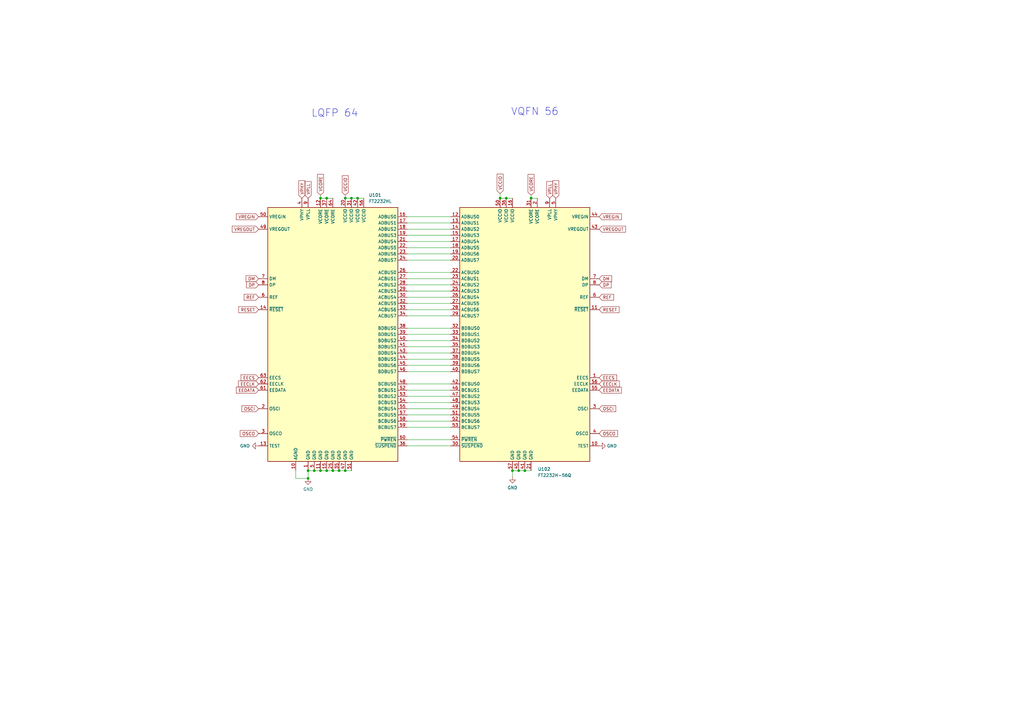
<source format=kicad_sch>
(kicad_sch (version 20211123) (generator eeschema)

  (uuid 64cbd3ed-eecc-4524-9439-b8fd72b72d8e)

  (paper "A3")

  (lib_symbols
    (symbol "FTDI:FT2232H-56Q" (in_bom yes) (on_board yes)
      (property "Reference" "U" (id 0) (at -26.67 53.34 0)
        (effects (font (size 1.27 1.27)) (justify left))
      )
      (property "Value" "FT2232H-56Q" (id 1) (at 19.05 53.34 0)
        (effects (font (size 1.27 1.27)) (justify left))
      )
      (property "Footprint" "Package_DFN_QFN:QFN-56-1EP_8x8mm_P0.5mm_EP5.6x5.6mm" (id 2) (at 0 0 0)
        (effects (font (size 1.27 1.27)) hide)
      )
      (property "Datasheet" "https://www.ftdichip.com/Support/Documents/DataSheets/ICs/DS_FT2232H.pdf" (id 3) (at 0 0 0)
        (effects (font (size 1.27 1.27)) hide)
      )
      (property "ki_keywords" "USB Double UART FIFO" (id 4) (at 0 0 0)
        (effects (font (size 1.27 1.27)) hide)
      )
      (property "ki_description" "Hi Speed Double Channel USB UART/FIFO, LQFP-64" (id 5) (at 0 0 0)
        (effects (font (size 1.27 1.27)) hide)
      )
      (property "ki_fp_filters" "LQFP*10x10mm*P0.5mm*" (id 6) (at 0 0 0)
        (effects (font (size 1.27 1.27)) hide)
      )
      (symbol "FT2232H-56Q_0_1"
        (rectangle (start -26.67 -52.07) (end 26.67 52.07)
          (stroke (width 0.254) (type default) (color 0 0 0 0))
          (fill (type background))
        )
      )
      (symbol "FT2232H-56Q_1_1"
        (pin output line (at -30.48 -17.78 0) (length 3.81)
          (name "EECS" (effects (font (size 1.27 1.27))))
          (number "1" (effects (font (size 1.27 1.27))))
        )
        (pin input line (at -30.48 -45.72 0) (length 3.81)
          (name "TEST" (effects (font (size 1.27 1.27))))
          (number "10" (effects (font (size 1.27 1.27))))
        )
        (pin input line (at -30.48 10.16 0) (length 3.81)
          (name "~{RESET}" (effects (font (size 1.27 1.27))))
          (number "11" (effects (font (size 1.27 1.27))))
        )
        (pin bidirectional line (at 30.48 48.26 180) (length 3.81)
          (name "ADBUS0" (effects (font (size 1.27 1.27))))
          (number "12" (effects (font (size 1.27 1.27))))
        )
        (pin bidirectional line (at 30.48 45.72 180) (length 3.81)
          (name "ADBUS1" (effects (font (size 1.27 1.27))))
          (number "13" (effects (font (size 1.27 1.27))))
        )
        (pin bidirectional line (at 30.48 43.18 180) (length 3.81)
          (name "ADBUS2" (effects (font (size 1.27 1.27))))
          (number "14" (effects (font (size 1.27 1.27))))
        )
        (pin bidirectional line (at 30.48 40.64 180) (length 3.81)
          (name "ADBUS3" (effects (font (size 1.27 1.27))))
          (number "15" (effects (font (size 1.27 1.27))))
        )
        (pin power_in line (at 5.08 55.88 270) (length 3.81)
          (name "VCCIO" (effects (font (size 1.27 1.27))))
          (number "16" (effects (font (size 1.27 1.27))))
        )
        (pin bidirectional line (at 30.48 38.1 180) (length 3.81)
          (name "ADBUS4" (effects (font (size 1.27 1.27))))
          (number "17" (effects (font (size 1.27 1.27))))
        )
        (pin bidirectional line (at 30.48 35.56 180) (length 3.81)
          (name "ADBUS5" (effects (font (size 1.27 1.27))))
          (number "18" (effects (font (size 1.27 1.27))))
        )
        (pin bidirectional line (at 30.48 33.02 180) (length 3.81)
          (name "ADBUS6" (effects (font (size 1.27 1.27))))
          (number "19" (effects (font (size 1.27 1.27))))
        )
        (pin power_in line (at -5.08 55.88 270) (length 3.81)
          (name "VCORE" (effects (font (size 1.27 1.27))))
          (number "2" (effects (font (size 1.27 1.27))))
        )
        (pin bidirectional line (at 30.48 30.48 180) (length 3.81)
          (name "ADBUS7" (effects (font (size 1.27 1.27))))
          (number "20" (effects (font (size 1.27 1.27))))
        )
        (pin power_in line (at -2.54 -55.88 90) (length 3.81)
          (name "GND" (effects (font (size 1.27 1.27))))
          (number "21" (effects (font (size 1.27 1.27))))
        )
        (pin bidirectional line (at 30.48 25.4 180) (length 3.81)
          (name "ACBUS0" (effects (font (size 1.27 1.27))))
          (number "22" (effects (font (size 1.27 1.27))))
        )
        (pin bidirectional line (at 30.48 22.86 180) (length 3.81)
          (name "ACBUS1" (effects (font (size 1.27 1.27))))
          (number "23" (effects (font (size 1.27 1.27))))
        )
        (pin bidirectional line (at 30.48 20.32 180) (length 3.81)
          (name "ACBUS2" (effects (font (size 1.27 1.27))))
          (number "24" (effects (font (size 1.27 1.27))))
        )
        (pin bidirectional line (at 30.48 17.78 180) (length 3.81)
          (name "ACBUS3" (effects (font (size 1.27 1.27))))
          (number "25" (effects (font (size 1.27 1.27))))
        )
        (pin bidirectional line (at 30.48 15.24 180) (length 3.81)
          (name "ACBUS4" (effects (font (size 1.27 1.27))))
          (number "26" (effects (font (size 1.27 1.27))))
        )
        (pin bidirectional line (at 30.48 12.7 180) (length 3.81)
          (name "ACBUS5" (effects (font (size 1.27 1.27))))
          (number "27" (effects (font (size 1.27 1.27))))
        )
        (pin bidirectional line (at 30.48 10.16 180) (length 3.81)
          (name "ACBUS6" (effects (font (size 1.27 1.27))))
          (number "28" (effects (font (size 1.27 1.27))))
        )
        (pin bidirectional line (at 30.48 7.62 180) (length 3.81)
          (name "ACBUS7" (effects (font (size 1.27 1.27))))
          (number "29" (effects (font (size 1.27 1.27))))
        )
        (pin input line (at -30.48 -30.48 0) (length 3.81)
          (name "OSCI" (effects (font (size 1.27 1.27))))
          (number "3" (effects (font (size 1.27 1.27))))
        )
        (pin output line (at 30.48 -45.72 180) (length 3.81)
          (name "~{SUSPEND}" (effects (font (size 1.27 1.27))))
          (number "30" (effects (font (size 1.27 1.27))))
        )
        (pin power_in line (at -2.54 55.88 270) (length 3.81)
          (name "VCORE" (effects (font (size 1.27 1.27))))
          (number "31" (effects (font (size 1.27 1.27))))
        )
        (pin bidirectional line (at 30.48 2.54 180) (length 3.81)
          (name "BDBUS0" (effects (font (size 1.27 1.27))))
          (number "32" (effects (font (size 1.27 1.27))))
        )
        (pin bidirectional line (at 30.48 0 180) (length 3.81)
          (name "BDBUS1" (effects (font (size 1.27 1.27))))
          (number "33" (effects (font (size 1.27 1.27))))
        )
        (pin bidirectional line (at 30.48 -2.54 180) (length 3.81)
          (name "BDBUS2" (effects (font (size 1.27 1.27))))
          (number "34" (effects (font (size 1.27 1.27))))
        )
        (pin bidirectional line (at 30.48 -5.08 180) (length 3.81)
          (name "BDBUS3" (effects (font (size 1.27 1.27))))
          (number "35" (effects (font (size 1.27 1.27))))
        )
        (pin power_in line (at 7.62 55.88 270) (length 3.81)
          (name "VCCIO" (effects (font (size 1.27 1.27))))
          (number "36" (effects (font (size 1.27 1.27))))
        )
        (pin bidirectional line (at 30.48 -7.62 180) (length 3.81)
          (name "BDBUS4" (effects (font (size 1.27 1.27))))
          (number "37" (effects (font (size 1.27 1.27))))
        )
        (pin bidirectional line (at 30.48 -10.16 180) (length 3.81)
          (name "BDBUS5" (effects (font (size 1.27 1.27))))
          (number "38" (effects (font (size 1.27 1.27))))
        )
        (pin bidirectional line (at 30.48 -12.7 180) (length 3.81)
          (name "BDBUS6" (effects (font (size 1.27 1.27))))
          (number "39" (effects (font (size 1.27 1.27))))
        )
        (pin output line (at -30.48 -40.64 0) (length 3.81)
          (name "OSCO" (effects (font (size 1.27 1.27))))
          (number "4" (effects (font (size 1.27 1.27))))
        )
        (pin bidirectional line (at 30.48 -15.24 180) (length 3.81)
          (name "BDBUS7" (effects (font (size 1.27 1.27))))
          (number "40" (effects (font (size 1.27 1.27))))
        )
        (pin power_in line (at 0 -55.88 90) (length 3.81)
          (name "GND" (effects (font (size 1.27 1.27))))
          (number "41" (effects (font (size 1.27 1.27))))
        )
        (pin bidirectional line (at 30.48 -20.32 180) (length 3.81)
          (name "BCBUS0" (effects (font (size 1.27 1.27))))
          (number "42" (effects (font (size 1.27 1.27))))
        )
        (pin power_out line (at -30.48 43.18 0) (length 3.81)
          (name "VREGOUT" (effects (font (size 1.27 1.27))))
          (number "43" (effects (font (size 1.27 1.27))))
        )
        (pin power_in line (at -30.48 48.26 0) (length 3.81)
          (name "VREGIN" (effects (font (size 1.27 1.27))))
          (number "44" (effects (font (size 1.27 1.27))))
        )
        (pin power_in line (at 2.54 -55.88 90) (length 3.81)
          (name "GND" (effects (font (size 1.27 1.27))))
          (number "45" (effects (font (size 1.27 1.27))))
        )
        (pin bidirectional line (at 30.48 -22.86 180) (length 3.81)
          (name "BCBUS1" (effects (font (size 1.27 1.27))))
          (number "46" (effects (font (size 1.27 1.27))))
        )
        (pin bidirectional line (at 30.48 -25.4 180) (length 3.81)
          (name "BCBUS2" (effects (font (size 1.27 1.27))))
          (number "47" (effects (font (size 1.27 1.27))))
        )
        (pin bidirectional line (at 30.48 -27.94 180) (length 3.81)
          (name "BCBUS3" (effects (font (size 1.27 1.27))))
          (number "48" (effects (font (size 1.27 1.27))))
        )
        (pin bidirectional line (at 30.48 -30.48 180) (length 3.81)
          (name "BCBUS4" (effects (font (size 1.27 1.27))))
          (number "49" (effects (font (size 1.27 1.27))))
        )
        (pin power_in line (at -12.7 55.88 270) (length 3.81)
          (name "VPHY" (effects (font (size 1.27 1.27))))
          (number "5" (effects (font (size 1.27 1.27))))
        )
        (pin power_in line (at 10.16 55.88 270) (length 3.81)
          (name "VCCIO" (effects (font (size 1.27 1.27))))
          (number "50" (effects (font (size 1.27 1.27))))
        )
        (pin bidirectional line (at 30.48 -33.02 180) (length 3.81)
          (name "BCBUS5" (effects (font (size 1.27 1.27))))
          (number "51" (effects (font (size 1.27 1.27))))
        )
        (pin bidirectional line (at 30.48 -35.56 180) (length 3.81)
          (name "BCBUS6" (effects (font (size 1.27 1.27))))
          (number "52" (effects (font (size 1.27 1.27))))
        )
        (pin bidirectional line (at 30.48 -38.1 180) (length 3.81)
          (name "BCBUS7" (effects (font (size 1.27 1.27))))
          (number "53" (effects (font (size 1.27 1.27))))
        )
        (pin output line (at 30.48 -43.18 180) (length 3.81)
          (name "~{PWREN}" (effects (font (size 1.27 1.27))))
          (number "54" (effects (font (size 1.27 1.27))))
        )
        (pin bidirectional line (at -30.48 -22.86 0) (length 3.81)
          (name "EEDATA" (effects (font (size 1.27 1.27))))
          (number "55" (effects (font (size 1.27 1.27))))
        )
        (pin output line (at -30.48 -20.32 0) (length 3.81)
          (name "EECLK" (effects (font (size 1.27 1.27))))
          (number "56" (effects (font (size 1.27 1.27))))
        )
        (pin power_in line (at 5.08 -55.88 90) (length 3.81)
          (name "GND" (effects (font (size 1.27 1.27))))
          (number "57" (effects (font (size 1.27 1.27))))
        )
        (pin output line (at -30.48 15.24 0) (length 3.81)
          (name "REF" (effects (font (size 1.27 1.27))))
          (number "6" (effects (font (size 1.27 1.27))))
        )
        (pin bidirectional line (at -30.48 22.86 0) (length 3.81)
          (name "DM" (effects (font (size 1.27 1.27))))
          (number "7" (effects (font (size 1.27 1.27))))
        )
        (pin bidirectional line (at -30.48 20.32 0) (length 3.81)
          (name "DP" (effects (font (size 1.27 1.27))))
          (number "8" (effects (font (size 1.27 1.27))))
        )
        (pin input line (at -10.16 55.88 270) (length 3.81)
          (name "VPLL" (effects (font (size 1.27 1.27))))
          (number "9" (effects (font (size 1.27 1.27))))
        )
      )
    )
    (symbol "Interface_USB:FT2232HL" (in_bom yes) (on_board yes)
      (property "Reference" "U" (id 0) (at -26.67 53.34 0)
        (effects (font (size 1.27 1.27)) (justify left))
      )
      (property "Value" "FT2232HL" (id 1) (at 19.05 53.34 0)
        (effects (font (size 1.27 1.27)) (justify left))
      )
      (property "Footprint" "Package_QFP:LQFP-64_10x10mm_P0.5mm" (id 2) (at 0 0 0)
        (effects (font (size 1.27 1.27)) hide)
      )
      (property "Datasheet" "https://www.ftdichip.com/Support/Documents/DataSheets/ICs/DS_FT2232H.pdf" (id 3) (at 0 0 0)
        (effects (font (size 1.27 1.27)) hide)
      )
      (property "ki_keywords" "USB Double UART FIFO" (id 4) (at 0 0 0)
        (effects (font (size 1.27 1.27)) hide)
      )
      (property "ki_description" "Hi Speed Double Channel USB UART/FIFO, LQFP-64" (id 5) (at 0 0 0)
        (effects (font (size 1.27 1.27)) hide)
      )
      (property "ki_fp_filters" "LQFP*10x10mm*P0.5mm*" (id 6) (at 0 0 0)
        (effects (font (size 1.27 1.27)) hide)
      )
      (symbol "FT2232HL_0_1"
        (rectangle (start -26.67 -52.07) (end 26.67 52.07)
          (stroke (width 0.254) (type default) (color 0 0 0 0))
          (fill (type background))
        )
      )
      (symbol "FT2232HL_1_1"
        (pin power_in line (at -10.16 -55.88 90) (length 3.81)
          (name "GND" (effects (font (size 1.27 1.27))))
          (number "1" (effects (font (size 1.27 1.27))))
        )
        (pin power_in line (at -15.24 -55.88 90) (length 3.81)
          (name "AGND" (effects (font (size 1.27 1.27))))
          (number "10" (effects (font (size 1.27 1.27))))
        )
        (pin power_in line (at -5.08 -55.88 90) (length 3.81)
          (name "GND" (effects (font (size 1.27 1.27))))
          (number "11" (effects (font (size 1.27 1.27))))
        )
        (pin power_in line (at -5.08 55.88 270) (length 3.81)
          (name "VCORE" (effects (font (size 1.27 1.27))))
          (number "12" (effects (font (size 1.27 1.27))))
        )
        (pin input line (at -30.48 -45.72 0) (length 3.81)
          (name "TEST" (effects (font (size 1.27 1.27))))
          (number "13" (effects (font (size 1.27 1.27))))
        )
        (pin input line (at -30.48 10.16 0) (length 3.81)
          (name "~{RESET}" (effects (font (size 1.27 1.27))))
          (number "14" (effects (font (size 1.27 1.27))))
        )
        (pin power_in line (at -2.54 -55.88 90) (length 3.81)
          (name "GND" (effects (font (size 1.27 1.27))))
          (number "15" (effects (font (size 1.27 1.27))))
        )
        (pin bidirectional line (at 30.48 48.26 180) (length 3.81)
          (name "ADBUS0" (effects (font (size 1.27 1.27))))
          (number "16" (effects (font (size 1.27 1.27))))
        )
        (pin bidirectional line (at 30.48 45.72 180) (length 3.81)
          (name "ADBUS1" (effects (font (size 1.27 1.27))))
          (number "17" (effects (font (size 1.27 1.27))))
        )
        (pin bidirectional line (at 30.48 43.18 180) (length 3.81)
          (name "ADBUS2" (effects (font (size 1.27 1.27))))
          (number "18" (effects (font (size 1.27 1.27))))
        )
        (pin bidirectional line (at 30.48 40.64 180) (length 3.81)
          (name "ADBUS3" (effects (font (size 1.27 1.27))))
          (number "19" (effects (font (size 1.27 1.27))))
        )
        (pin input line (at -30.48 -30.48 0) (length 3.81)
          (name "OSCI" (effects (font (size 1.27 1.27))))
          (number "2" (effects (font (size 1.27 1.27))))
        )
        (pin power_in line (at 5.08 55.88 270) (length 3.81)
          (name "VCCIO" (effects (font (size 1.27 1.27))))
          (number "20" (effects (font (size 1.27 1.27))))
        )
        (pin bidirectional line (at 30.48 38.1 180) (length 3.81)
          (name "ADBUS4" (effects (font (size 1.27 1.27))))
          (number "21" (effects (font (size 1.27 1.27))))
        )
        (pin bidirectional line (at 30.48 35.56 180) (length 3.81)
          (name "ADBUS5" (effects (font (size 1.27 1.27))))
          (number "22" (effects (font (size 1.27 1.27))))
        )
        (pin bidirectional line (at 30.48 33.02 180) (length 3.81)
          (name "ADBUS6" (effects (font (size 1.27 1.27))))
          (number "23" (effects (font (size 1.27 1.27))))
        )
        (pin bidirectional line (at 30.48 30.48 180) (length 3.81)
          (name "ADBUS7" (effects (font (size 1.27 1.27))))
          (number "24" (effects (font (size 1.27 1.27))))
        )
        (pin power_in line (at 0 -55.88 90) (length 3.81)
          (name "GND" (effects (font (size 1.27 1.27))))
          (number "25" (effects (font (size 1.27 1.27))))
        )
        (pin bidirectional line (at 30.48 25.4 180) (length 3.81)
          (name "ACBUS0" (effects (font (size 1.27 1.27))))
          (number "26" (effects (font (size 1.27 1.27))))
        )
        (pin bidirectional line (at 30.48 22.86 180) (length 3.81)
          (name "ACBUS1" (effects (font (size 1.27 1.27))))
          (number "27" (effects (font (size 1.27 1.27))))
        )
        (pin bidirectional line (at 30.48 20.32 180) (length 3.81)
          (name "ACBUS2" (effects (font (size 1.27 1.27))))
          (number "28" (effects (font (size 1.27 1.27))))
        )
        (pin bidirectional line (at 30.48 17.78 180) (length 3.81)
          (name "ACBUS3" (effects (font (size 1.27 1.27))))
          (number "29" (effects (font (size 1.27 1.27))))
        )
        (pin output line (at -30.48 -40.64 0) (length 3.81)
          (name "OSCO" (effects (font (size 1.27 1.27))))
          (number "3" (effects (font (size 1.27 1.27))))
        )
        (pin bidirectional line (at 30.48 15.24 180) (length 3.81)
          (name "ACBUS4" (effects (font (size 1.27 1.27))))
          (number "30" (effects (font (size 1.27 1.27))))
        )
        (pin power_in line (at 7.62 55.88 270) (length 3.81)
          (name "VCCIO" (effects (font (size 1.27 1.27))))
          (number "31" (effects (font (size 1.27 1.27))))
        )
        (pin bidirectional line (at 30.48 12.7 180) (length 3.81)
          (name "ACBUS5" (effects (font (size 1.27 1.27))))
          (number "32" (effects (font (size 1.27 1.27))))
        )
        (pin bidirectional line (at 30.48 10.16 180) (length 3.81)
          (name "ACBUS6" (effects (font (size 1.27 1.27))))
          (number "33" (effects (font (size 1.27 1.27))))
        )
        (pin bidirectional line (at 30.48 7.62 180) (length 3.81)
          (name "ACBUS7" (effects (font (size 1.27 1.27))))
          (number "34" (effects (font (size 1.27 1.27))))
        )
        (pin power_in line (at 2.54 -55.88 90) (length 3.81)
          (name "GND" (effects (font (size 1.27 1.27))))
          (number "35" (effects (font (size 1.27 1.27))))
        )
        (pin output line (at 30.48 -45.72 180) (length 3.81)
          (name "~{SUSPEND}" (effects (font (size 1.27 1.27))))
          (number "36" (effects (font (size 1.27 1.27))))
        )
        (pin power_in line (at -2.54 55.88 270) (length 3.81)
          (name "VCORE" (effects (font (size 1.27 1.27))))
          (number "37" (effects (font (size 1.27 1.27))))
        )
        (pin bidirectional line (at 30.48 2.54 180) (length 3.81)
          (name "BDBUS0" (effects (font (size 1.27 1.27))))
          (number "38" (effects (font (size 1.27 1.27))))
        )
        (pin bidirectional line (at 30.48 0 180) (length 3.81)
          (name "BDBUS1" (effects (font (size 1.27 1.27))))
          (number "39" (effects (font (size 1.27 1.27))))
        )
        (pin power_in line (at -12.7 55.88 270) (length 3.81)
          (name "VPHY" (effects (font (size 1.27 1.27))))
          (number "4" (effects (font (size 1.27 1.27))))
        )
        (pin bidirectional line (at 30.48 -2.54 180) (length 3.81)
          (name "BDBUS2" (effects (font (size 1.27 1.27))))
          (number "40" (effects (font (size 1.27 1.27))))
        )
        (pin bidirectional line (at 30.48 -5.08 180) (length 3.81)
          (name "BDBUS3" (effects (font (size 1.27 1.27))))
          (number "41" (effects (font (size 1.27 1.27))))
        )
        (pin power_in line (at 10.16 55.88 270) (length 3.81)
          (name "VCCIO" (effects (font (size 1.27 1.27))))
          (number "42" (effects (font (size 1.27 1.27))))
        )
        (pin bidirectional line (at 30.48 -7.62 180) (length 3.81)
          (name "BDBUS4" (effects (font (size 1.27 1.27))))
          (number "43" (effects (font (size 1.27 1.27))))
        )
        (pin bidirectional line (at 30.48 -10.16 180) (length 3.81)
          (name "BDBUS5" (effects (font (size 1.27 1.27))))
          (number "44" (effects (font (size 1.27 1.27))))
        )
        (pin bidirectional line (at 30.48 -12.7 180) (length 3.81)
          (name "BDBUS6" (effects (font (size 1.27 1.27))))
          (number "45" (effects (font (size 1.27 1.27))))
        )
        (pin bidirectional line (at 30.48 -15.24 180) (length 3.81)
          (name "BDBUS7" (effects (font (size 1.27 1.27))))
          (number "46" (effects (font (size 1.27 1.27))))
        )
        (pin power_in line (at 5.08 -55.88 90) (length 3.81)
          (name "GND" (effects (font (size 1.27 1.27))))
          (number "47" (effects (font (size 1.27 1.27))))
        )
        (pin bidirectional line (at 30.48 -20.32 180) (length 3.81)
          (name "BCBUS0" (effects (font (size 1.27 1.27))))
          (number "48" (effects (font (size 1.27 1.27))))
        )
        (pin power_out line (at -30.48 43.18 0) (length 3.81)
          (name "VREGOUT" (effects (font (size 1.27 1.27))))
          (number "49" (effects (font (size 1.27 1.27))))
        )
        (pin power_in line (at -7.62 -55.88 90) (length 3.81)
          (name "GND" (effects (font (size 1.27 1.27))))
          (number "5" (effects (font (size 1.27 1.27))))
        )
        (pin power_in line (at -30.48 48.26 0) (length 3.81)
          (name "VREGIN" (effects (font (size 1.27 1.27))))
          (number "50" (effects (font (size 1.27 1.27))))
        )
        (pin power_in line (at 7.62 -55.88 90) (length 3.81)
          (name "GND" (effects (font (size 1.27 1.27))))
          (number "51" (effects (font (size 1.27 1.27))))
        )
        (pin bidirectional line (at 30.48 -22.86 180) (length 3.81)
          (name "BCBUS1" (effects (font (size 1.27 1.27))))
          (number "52" (effects (font (size 1.27 1.27))))
        )
        (pin bidirectional line (at 30.48 -25.4 180) (length 3.81)
          (name "BCBUS2" (effects (font (size 1.27 1.27))))
          (number "53" (effects (font (size 1.27 1.27))))
        )
        (pin bidirectional line (at 30.48 -27.94 180) (length 3.81)
          (name "BCBUS3" (effects (font (size 1.27 1.27))))
          (number "54" (effects (font (size 1.27 1.27))))
        )
        (pin bidirectional line (at 30.48 -30.48 180) (length 3.81)
          (name "BCBUS4" (effects (font (size 1.27 1.27))))
          (number "55" (effects (font (size 1.27 1.27))))
        )
        (pin power_in line (at 12.7 55.88 270) (length 3.81)
          (name "VCCIO" (effects (font (size 1.27 1.27))))
          (number "56" (effects (font (size 1.27 1.27))))
        )
        (pin bidirectional line (at 30.48 -33.02 180) (length 3.81)
          (name "BCBUS5" (effects (font (size 1.27 1.27))))
          (number "57" (effects (font (size 1.27 1.27))))
        )
        (pin bidirectional line (at 30.48 -35.56 180) (length 3.81)
          (name "BCBUS6" (effects (font (size 1.27 1.27))))
          (number "58" (effects (font (size 1.27 1.27))))
        )
        (pin bidirectional line (at 30.48 -38.1 180) (length 3.81)
          (name "BCBUS7" (effects (font (size 1.27 1.27))))
          (number "59" (effects (font (size 1.27 1.27))))
        )
        (pin output line (at -30.48 15.24 0) (length 3.81)
          (name "REF" (effects (font (size 1.27 1.27))))
          (number "6" (effects (font (size 1.27 1.27))))
        )
        (pin output line (at 30.48 -43.18 180) (length 3.81)
          (name "~{PWREN}" (effects (font (size 1.27 1.27))))
          (number "60" (effects (font (size 1.27 1.27))))
        )
        (pin bidirectional line (at -30.48 -22.86 0) (length 3.81)
          (name "EEDATA" (effects (font (size 1.27 1.27))))
          (number "61" (effects (font (size 1.27 1.27))))
        )
        (pin output line (at -30.48 -20.32 0) (length 3.81)
          (name "EECLK" (effects (font (size 1.27 1.27))))
          (number "62" (effects (font (size 1.27 1.27))))
        )
        (pin output line (at -30.48 -17.78 0) (length 3.81)
          (name "EECS" (effects (font (size 1.27 1.27))))
          (number "63" (effects (font (size 1.27 1.27))))
        )
        (pin power_in line (at 0 55.88 270) (length 3.81)
          (name "VCORE" (effects (font (size 1.27 1.27))))
          (number "64" (effects (font (size 1.27 1.27))))
        )
        (pin bidirectional line (at -30.48 22.86 0) (length 3.81)
          (name "DM" (effects (font (size 1.27 1.27))))
          (number "7" (effects (font (size 1.27 1.27))))
        )
        (pin bidirectional line (at -30.48 20.32 0) (length 3.81)
          (name "DP" (effects (font (size 1.27 1.27))))
          (number "8" (effects (font (size 1.27 1.27))))
        )
        (pin input line (at -10.16 55.88 270) (length 3.81)
          (name "VPLL" (effects (font (size 1.27 1.27))))
          (number "9" (effects (font (size 1.27 1.27))))
        )
      )
    )
    (symbol "power:GND" (power) (pin_names (offset 0)) (in_bom yes) (on_board yes)
      (property "Reference" "#PWR" (id 0) (at 0 -6.35 0)
        (effects (font (size 1.27 1.27)) hide)
      )
      (property "Value" "GND" (id 1) (at 0 -3.81 0)
        (effects (font (size 1.27 1.27)))
      )
      (property "Footprint" "" (id 2) (at 0 0 0)
        (effects (font (size 1.27 1.27)) hide)
      )
      (property "Datasheet" "" (id 3) (at 0 0 0)
        (effects (font (size 1.27 1.27)) hide)
      )
      (property "ki_keywords" "power-flag" (id 4) (at 0 0 0)
        (effects (font (size 1.27 1.27)) hide)
      )
      (property "ki_description" "Power symbol creates a global label with name \"GND\" , ground" (id 5) (at 0 0 0)
        (effects (font (size 1.27 1.27)) hide)
      )
      (symbol "GND_0_1"
        (polyline
          (pts
            (xy 0 0)
            (xy 0 -1.27)
            (xy 1.27 -1.27)
            (xy 0 -2.54)
            (xy -1.27 -1.27)
            (xy 0 -1.27)
          )
          (stroke (width 0) (type default) (color 0 0 0 0))
          (fill (type none))
        )
      )
      (symbol "GND_1_1"
        (pin power_in line (at 0 0 270) (length 0) hide
          (name "GND" (effects (font (size 1.27 1.27))))
          (number "1" (effects (font (size 1.27 1.27))))
        )
      )
    )
  )

  (junction (at 144.145 81.28) (diameter 0) (color 0 0 0 0)
    (uuid 0b3c5c49-ec3a-4340-ac0b-dd2096e95150)
  )
  (junction (at 128.905 193.04) (diameter 0) (color 0 0 0 0)
    (uuid 13261686-0803-42f5-af4a-ef5eb0de1ce8)
  )
  (junction (at 210.185 193.04) (diameter 0) (color 0 0 0 0)
    (uuid 1d278ccb-5e6a-4a22-a1ac-a77130ede857)
  )
  (junction (at 141.605 81.28) (diameter 0) (color 0 0 0 0)
    (uuid 1e790690-3383-4bc0-9b0a-c6a0309c2743)
  )
  (junction (at 136.525 193.04) (diameter 0) (color 0 0 0 0)
    (uuid 456ad905-ef9e-4cf2-b81b-0f01a117a7e6)
  )
  (junction (at 146.685 81.28) (diameter 0) (color 0 0 0 0)
    (uuid 5e0d7e50-9527-43f5-8ec8-eda376aa9699)
  )
  (junction (at 126.365 196.215) (diameter 0) (color 0 0 0 0)
    (uuid 6f012852-2d79-49a4-9456-d43d17b48532)
  )
  (junction (at 139.065 193.04) (diameter 0) (color 0 0 0 0)
    (uuid 7b8fef46-9eaf-4ca5-8956-5646e5ddc9de)
  )
  (junction (at 141.605 193.04) (diameter 0) (color 0 0 0 0)
    (uuid 829a2534-c8a7-4c0a-a58a-d63f1bc0891d)
  )
  (junction (at 133.985 193.04) (diameter 0) (color 0 0 0 0)
    (uuid 87c28923-38e0-4e10-9844-fdce0413838a)
  )
  (junction (at 217.805 81.28) (diameter 0) (color 0 0 0 0)
    (uuid 9ce040ff-db37-4add-a8f1-ba7439e579bf)
  )
  (junction (at 215.265 193.04) (diameter 0) (color 0 0 0 0)
    (uuid a2b9c977-4357-4e4f-a70a-dae35bb17175)
  )
  (junction (at 207.645 81.28) (diameter 0) (color 0 0 0 0)
    (uuid afbcf43a-cd0b-47f4-b08c-e3e4955d8d6c)
  )
  (junction (at 133.985 81.28) (diameter 0) (color 0 0 0 0)
    (uuid c74d0694-8786-4f61-9469-f8f269a82d53)
  )
  (junction (at 212.725 193.04) (diameter 0) (color 0 0 0 0)
    (uuid da2a6a6f-79a9-4f32-8a9b-2e2d8c6b447a)
  )
  (junction (at 131.445 81.28) (diameter 0) (color 0 0 0 0)
    (uuid ecec3dcc-f2aa-405e-b72d-24fa1f923a2c)
  )
  (junction (at 205.105 81.28) (diameter 0) (color 0 0 0 0)
    (uuid f559b8f2-1eb7-4850-a7ee-faabfc8be206)
  )
  (junction (at 131.445 193.04) (diameter 0) (color 0 0 0 0)
    (uuid f912ec11-6eed-4cee-9389-c9ab9e6d86ec)
  )
  (junction (at 126.365 193.04) (diameter 0) (color 0 0 0 0)
    (uuid fe91584d-ea50-4955-b199-cd08d3c586b0)
  )

  (wire (pts (xy 121.285 196.215) (xy 121.285 193.04))
    (stroke (width 0) (type default) (color 0 0 0 0))
    (uuid 00d59856-3ef8-4174-a392-3fdd148a923f)
  )
  (wire (pts (xy 207.645 81.28) (xy 210.185 81.28))
    (stroke (width 0) (type default) (color 0 0 0 0))
    (uuid 07bb9d87-7f1a-4df3-8b03-80bc65da8f11)
  )
  (wire (pts (xy 184.785 167.64) (xy 167.005 167.64))
    (stroke (width 0) (type default) (color 0 0 0 0))
    (uuid 0fa2c736-1a9f-4866-9063-1957d5a93baf)
  )
  (wire (pts (xy 205.105 79.375) (xy 205.105 81.28))
    (stroke (width 0) (type default) (color 0 0 0 0))
    (uuid 1090302f-5b72-4f7b-a43a-96a02682f006)
  )
  (wire (pts (xy 184.785 137.16) (xy 167.005 137.16))
    (stroke (width 0) (type default) (color 0 0 0 0))
    (uuid 16778297-bbbe-43a9-ba89-dbe4423af97c)
  )
  (wire (pts (xy 184.785 119.38) (xy 167.005 119.38))
    (stroke (width 0) (type default) (color 0 0 0 0))
    (uuid 20f4552a-07d0-4e0b-ba21-fac326336abb)
  )
  (wire (pts (xy 141.605 80.01) (xy 141.605 81.28))
    (stroke (width 0) (type default) (color 0 0 0 0))
    (uuid 26e0b932-52c3-406d-a426-9ad743a8164e)
  )
  (wire (pts (xy 184.785 106.68) (xy 167.005 106.68))
    (stroke (width 0) (type default) (color 0 0 0 0))
    (uuid 2ac201bf-83ac-4726-a9ac-f23fbb224583)
  )
  (wire (pts (xy 131.445 193.04) (xy 133.985 193.04))
    (stroke (width 0) (type default) (color 0 0 0 0))
    (uuid 301bd360-26b9-4d7f-8ad6-78e265410b6f)
  )
  (wire (pts (xy 136.525 193.04) (xy 139.065 193.04))
    (stroke (width 0) (type default) (color 0 0 0 0))
    (uuid 3277cfab-4e05-4642-9037-ac5b55cb360f)
  )
  (wire (pts (xy 184.785 157.48) (xy 167.005 157.48))
    (stroke (width 0) (type default) (color 0 0 0 0))
    (uuid 4f2c7d6f-f688-4597-8395-ea9637a4e392)
  )
  (wire (pts (xy 184.785 172.72) (xy 167.005 172.72))
    (stroke (width 0) (type default) (color 0 0 0 0))
    (uuid 501e3de5-bea9-4bc4-8853-3baa66f6e95c)
  )
  (wire (pts (xy 184.785 152.4) (xy 167.005 152.4))
    (stroke (width 0) (type default) (color 0 0 0 0))
    (uuid 5136f4f4-93ff-4f63-92ec-fc6e435193c0)
  )
  (wire (pts (xy 184.785 129.54) (xy 167.005 129.54))
    (stroke (width 0) (type default) (color 0 0 0 0))
    (uuid 52c6bfe8-19f5-4c6b-9f82-01b295f7502e)
  )
  (wire (pts (xy 184.785 170.18) (xy 167.005 170.18))
    (stroke (width 0) (type default) (color 0 0 0 0))
    (uuid 5431e018-47a1-4bf5-b0be-d90af925026d)
  )
  (wire (pts (xy 184.785 114.3) (xy 167.005 114.3))
    (stroke (width 0) (type default) (color 0 0 0 0))
    (uuid 54eb71a8-0b49-485f-9459-bbd2624db558)
  )
  (wire (pts (xy 141.605 81.28) (xy 144.145 81.28))
    (stroke (width 0) (type default) (color 0 0 0 0))
    (uuid 57abf838-914a-45cf-80eb-3ccc489d8f1c)
  )
  (wire (pts (xy 184.785 162.56) (xy 167.005 162.56))
    (stroke (width 0) (type default) (color 0 0 0 0))
    (uuid 5926875c-8b55-4211-9482-b66cb6955593)
  )
  (wire (pts (xy 184.785 127) (xy 167.005 127))
    (stroke (width 0) (type default) (color 0 0 0 0))
    (uuid 64b46ab6-c9c3-476c-92be-25bbb438f0d3)
  )
  (wire (pts (xy 184.785 96.52) (xy 167.005 96.52))
    (stroke (width 0) (type default) (color 0 0 0 0))
    (uuid 6785003e-b3d8-4d4c-9d9b-421e6f65cf79)
  )
  (wire (pts (xy 210.185 193.04) (xy 210.185 195.58))
    (stroke (width 0) (type default) (color 0 0 0 0))
    (uuid 6e059db5-870d-4797-a419-ad2947462b73)
  )
  (wire (pts (xy 126.365 193.04) (xy 128.905 193.04))
    (stroke (width 0) (type default) (color 0 0 0 0))
    (uuid 733ffa5b-a9f5-4259-8516-90b603c22f4e)
  )
  (wire (pts (xy 126.365 193.04) (xy 126.365 196.215))
    (stroke (width 0) (type default) (color 0 0 0 0))
    (uuid 741dcd0a-bf4d-4b48-b097-53c592ae0f1b)
  )
  (wire (pts (xy 184.785 175.26) (xy 167.005 175.26))
    (stroke (width 0) (type default) (color 0 0 0 0))
    (uuid 7635d9b3-a240-436c-9a11-658a64473ac7)
  )
  (wire (pts (xy 184.785 144.78) (xy 167.005 144.78))
    (stroke (width 0) (type default) (color 0 0 0 0))
    (uuid 7d509517-5fe8-4ef3-b198-76407d39c327)
  )
  (wire (pts (xy 184.785 165.1) (xy 167.005 165.1))
    (stroke (width 0) (type default) (color 0 0 0 0))
    (uuid 887f9587-1752-411a-acd6-f87cff67e75e)
  )
  (wire (pts (xy 184.785 101.6) (xy 167.005 101.6))
    (stroke (width 0) (type default) (color 0 0 0 0))
    (uuid 8d76446d-2886-4782-bf1b-8eb748367bd1)
  )
  (wire (pts (xy 184.785 121.92) (xy 167.005 121.92))
    (stroke (width 0) (type default) (color 0 0 0 0))
    (uuid 8ed2ca59-8f4b-4e1e-94ea-2ceee260817c)
  )
  (wire (pts (xy 184.785 104.14) (xy 167.005 104.14))
    (stroke (width 0) (type default) (color 0 0 0 0))
    (uuid 90a67afb-f87f-4126-9575-748bfc3d6d4f)
  )
  (wire (pts (xy 131.445 81.28) (xy 133.985 81.28))
    (stroke (width 0) (type default) (color 0 0 0 0))
    (uuid 91a35a63-0f42-471a-a6da-bcee99e25658)
  )
  (wire (pts (xy 184.785 93.98) (xy 167.005 93.98))
    (stroke (width 0) (type default) (color 0 0 0 0))
    (uuid a09c729c-81a9-4703-b650-cd3ff2f91d12)
  )
  (wire (pts (xy 184.785 134.62) (xy 167.005 134.62))
    (stroke (width 0) (type default) (color 0 0 0 0))
    (uuid a8a820be-220e-43a6-8153-a6569dde58e4)
  )
  (wire (pts (xy 184.785 99.06) (xy 167.005 99.06))
    (stroke (width 0) (type default) (color 0 0 0 0))
    (uuid abd7b0cd-455d-44dd-8437-c948a6b5065a)
  )
  (wire (pts (xy 146.685 81.28) (xy 149.225 81.28))
    (stroke (width 0) (type default) (color 0 0 0 0))
    (uuid acae65e1-23a1-4b10-95c7-1688da7b3d43)
  )
  (wire (pts (xy 139.065 193.04) (xy 141.605 193.04))
    (stroke (width 0) (type default) (color 0 0 0 0))
    (uuid ae727d6b-62b9-4b7d-a987-4d7927dab814)
  )
  (wire (pts (xy 144.145 81.28) (xy 146.685 81.28))
    (stroke (width 0) (type default) (color 0 0 0 0))
    (uuid b128a4a1-0662-41cf-a6e5-291f1ecd1358)
  )
  (wire (pts (xy 184.785 142.24) (xy 167.005 142.24))
    (stroke (width 0) (type default) (color 0 0 0 0))
    (uuid b3404e49-c1b0-4b0e-a24d-dbf5cffa5972)
  )
  (wire (pts (xy 215.265 193.04) (xy 217.805 193.04))
    (stroke (width 0) (type default) (color 0 0 0 0))
    (uuid b3f90b6d-5161-48a5-a065-cbce299e7241)
  )
  (wire (pts (xy 205.105 81.28) (xy 207.645 81.28))
    (stroke (width 0) (type default) (color 0 0 0 0))
    (uuid bb5ca885-89ba-49eb-8550-4905ca2644a9)
  )
  (wire (pts (xy 141.605 193.04) (xy 144.145 193.04))
    (stroke (width 0) (type default) (color 0 0 0 0))
    (uuid c0bbc4e3-8372-445e-9718-df746a641f63)
  )
  (wire (pts (xy 184.785 124.46) (xy 167.005 124.46))
    (stroke (width 0) (type default) (color 0 0 0 0))
    (uuid c6b6d6ab-1e65-49f9-b5de-7a4fea12aec7)
  )
  (wire (pts (xy 184.785 91.44) (xy 167.005 91.44))
    (stroke (width 0) (type default) (color 0 0 0 0))
    (uuid c6e74d9b-9084-42fb-a199-0466086b2cba)
  )
  (wire (pts (xy 184.785 111.76) (xy 167.005 111.76))
    (stroke (width 0) (type default) (color 0 0 0 0))
    (uuid c855eba5-ccca-4221-b8a3-891e87dc2803)
  )
  (wire (pts (xy 131.445 80.01) (xy 131.445 81.28))
    (stroke (width 0) (type default) (color 0 0 0 0))
    (uuid c9c81715-f789-421b-bd30-c5722c3ef126)
  )
  (wire (pts (xy 184.785 139.7) (xy 167.005 139.7))
    (stroke (width 0) (type default) (color 0 0 0 0))
    (uuid ca0cc017-3bb4-4c56-8b9b-c9e91d0bf254)
  )
  (wire (pts (xy 128.905 193.04) (xy 131.445 193.04))
    (stroke (width 0) (type default) (color 0 0 0 0))
    (uuid d92a6063-ae3f-4a47-af1a-c088e85706c9)
  )
  (wire (pts (xy 133.985 81.28) (xy 136.525 81.28))
    (stroke (width 0) (type default) (color 0 0 0 0))
    (uuid daf56a5a-6f02-401b-bb6f-bc4782d3c7e0)
  )
  (wire (pts (xy 184.785 180.34) (xy 167.005 180.34))
    (stroke (width 0) (type default) (color 0 0 0 0))
    (uuid dd26e202-8346-42dd-b2d5-1341eae5d905)
  )
  (wire (pts (xy 217.805 81.28) (xy 220.345 81.28))
    (stroke (width 0) (type default) (color 0 0 0 0))
    (uuid e459026a-9d32-4c79-805d-a7e00aa79ee1)
  )
  (wire (pts (xy 210.185 193.04) (xy 212.725 193.04))
    (stroke (width 0) (type default) (color 0 0 0 0))
    (uuid e5218256-2f66-48be-b01a-8f457f0dcaa6)
  )
  (wire (pts (xy 217.805 80.01) (xy 217.805 81.28))
    (stroke (width 0) (type default) (color 0 0 0 0))
    (uuid e77a4727-a5d2-4cb4-9639-b9c7927e8d6a)
  )
  (wire (pts (xy 184.785 88.9) (xy 167.005 88.9))
    (stroke (width 0) (type default) (color 0 0 0 0))
    (uuid ebfa1e9e-ca91-4414-a365-03d562e0c63b)
  )
  (wire (pts (xy 184.785 147.32) (xy 167.005 147.32))
    (stroke (width 0) (type default) (color 0 0 0 0))
    (uuid ec857467-c465-4a2a-85ee-361932127f1c)
  )
  (wire (pts (xy 212.725 193.04) (xy 215.265 193.04))
    (stroke (width 0) (type default) (color 0 0 0 0))
    (uuid eca454dc-d845-487c-b6e2-683f0d1d611f)
  )
  (wire (pts (xy 184.785 160.02) (xy 167.005 160.02))
    (stroke (width 0) (type default) (color 0 0 0 0))
    (uuid ed02342d-0c25-4405-8c3a-f3e92ae5d62a)
  )
  (wire (pts (xy 184.785 182.88) (xy 167.005 182.88))
    (stroke (width 0) (type default) (color 0 0 0 0))
    (uuid eefd790c-dda3-49ed-8590-56b4b9f29ef5)
  )
  (wire (pts (xy 184.785 116.84) (xy 167.005 116.84))
    (stroke (width 0) (type default) (color 0 0 0 0))
    (uuid f282c855-3a10-4d10-bf74-57da36b526fd)
  )
  (wire (pts (xy 126.365 196.215) (xy 121.285 196.215))
    (stroke (width 0) (type default) (color 0 0 0 0))
    (uuid f5bc472a-a157-4e88-a6d8-5c9b51e1d037)
  )
  (wire (pts (xy 184.785 149.86) (xy 167.005 149.86))
    (stroke (width 0) (type default) (color 0 0 0 0))
    (uuid fc2d8d51-5507-4133-9cf6-75f019b9288d)
  )
  (wire (pts (xy 133.985 193.04) (xy 136.525 193.04))
    (stroke (width 0) (type default) (color 0 0 0 0))
    (uuid fff2818f-1667-44f6-be8b-04a3720e25bc)
  )

  (text "VQFN 56" (at 209.55 47.625 0)
    (effects (font (size 3 3)) (justify left bottom))
    (uuid 6a6882f8-b0c5-4e88-aaf6-89bd4cf2482d)
  )
  (text "LQFP 64" (at 127.635 48.26 0)
    (effects (font (size 3 3)) (justify left bottom))
    (uuid 8c141637-33f2-4a6c-9ce6-0d9341417db0)
  )

  (global_label "EECLK" (shape input) (at 245.745 157.48 0) (fields_autoplaced)
    (effects (font (size 1.27 1.27)) (justify left))
    (uuid 08b194c7-4037-4c04-95a9-35770ce9ea15)
    (property "Intersheet References" "${INTERSHEET_REFS}" (id 0) (at 254.0243 157.4006 0)
      (effects (font (size 1.27 1.27)) (justify left) hide)
    )
  )
  (global_label "OSCI" (shape input) (at 106.045 167.64 180) (fields_autoplaced)
    (effects (font (size 1.27 1.27)) (justify right))
    (uuid 11c991a9-6415-4f84-bf33-b2f5663f8690)
    (property "Intersheet References" "${INTERSHEET_REFS}" (id 0) (at 99.2171 167.5606 0)
      (effects (font (size 1.27 1.27)) (justify right) hide)
    )
  )
  (global_label "DM" (shape input) (at 106.045 114.3 180) (fields_autoplaced)
    (effects (font (size 1.27 1.27)) (justify right))
    (uuid 1a0df213-0c66-4cb3-932f-f1dd8e90dd0f)
    (property "Intersheet References" "${INTERSHEET_REFS}" (id 0) (at 100.9105 114.3794 0)
      (effects (font (size 1.27 1.27)) (justify right) hide)
    )
  )
  (global_label "VCCIO" (shape input) (at 205.105 79.375 90) (fields_autoplaced)
    (effects (font (size 1.27 1.27)) (justify left))
    (uuid 2580fd62-df3d-48dd-9f3c-80e468f16982)
    (property "Intersheet References" "${INTERSHEET_REFS}" (id 0) (at 205.0256 71.3981 90)
      (effects (font (size 1.27 1.27)) (justify left) hide)
    )
  )
  (global_label "VCORE" (shape input) (at 131.445 80.01 90) (fields_autoplaced)
    (effects (font (size 1.27 1.27)) (justify left))
    (uuid 3d535a77-e3d0-459f-acaa-9221bba4e41d)
    (property "Intersheet References" "${INTERSHEET_REFS}" (id 0) (at 131.3656 71.4888 90)
      (effects (font (size 1.27 1.27)) (justify left) hide)
    )
  )
  (global_label "DM" (shape input) (at 245.745 114.3 0) (fields_autoplaced)
    (effects (font (size 1.27 1.27)) (justify left))
    (uuid 40429ed8-3a9a-4abb-bedf-21fe373b3347)
    (property "Intersheet References" "${INTERSHEET_REFS}" (id 0) (at 250.8795 114.2206 0)
      (effects (font (size 1.27 1.27)) (justify left) hide)
    )
  )
  (global_label "VREGIN" (shape input) (at 245.745 88.9 0) (fields_autoplaced)
    (effects (font (size 1.27 1.27)) (justify left))
    (uuid 41ff45f7-1dfb-482a-ba10-dc66b802cadc)
    (property "Intersheet References" "${INTERSHEET_REFS}" (id 0) (at 254.871 88.9794 0)
      (effects (font (size 1.27 1.27)) (justify left) hide)
    )
  )
  (global_label "DP" (shape input) (at 245.745 116.84 0) (fields_autoplaced)
    (effects (font (size 1.27 1.27)) (justify left))
    (uuid 4cc84a22-7164-4268-b42c-637ccbdf0875)
    (property "Intersheet References" "${INTERSHEET_REFS}" (id 0) (at 250.6981 116.9194 0)
      (effects (font (size 1.27 1.27)) (justify left) hide)
    )
  )
  (global_label "RESET" (shape input) (at 106.045 127 180) (fields_autoplaced)
    (effects (font (size 1.27 1.27)) (justify right))
    (uuid 4e1056d8-ccf0-4eaa-8d2c-be9faf4a8b70)
    (property "Intersheet References" "${INTERSHEET_REFS}" (id 0) (at 97.8867 126.9206 0)
      (effects (font (size 1.27 1.27)) (justify right) hide)
    )
  )
  (global_label "VPHY" (shape input) (at 123.825 81.28 90) (fields_autoplaced)
    (effects (font (size 1.27 1.27)) (justify left))
    (uuid 5a7b05bb-9e97-4b29-bf99-e3f2f9507521)
    (property "Intersheet References" "${INTERSHEET_REFS}" (id 0) (at 123.7456 74.0893 90)
      (effects (font (size 1.27 1.27)) (justify left) hide)
    )
  )
  (global_label "OSCO" (shape input) (at 245.745 177.8 0) (fields_autoplaced)
    (effects (font (size 1.27 1.27)) (justify left))
    (uuid 5e6c81a5-45a8-47e3-a3db-9af46461aefc)
    (property "Intersheet References" "${INTERSHEET_REFS}" (id 0) (at 253.2986 177.7206 0)
      (effects (font (size 1.27 1.27)) (justify left) hide)
    )
  )
  (global_label "VCORE" (shape input) (at 217.805 80.01 90) (fields_autoplaced)
    (effects (font (size 1.27 1.27)) (justify left))
    (uuid 71c09abf-a667-44ad-9002-f84bff2a8546)
    (property "Intersheet References" "${INTERSHEET_REFS}" (id 0) (at 217.7256 71.4888 90)
      (effects (font (size 1.27 1.27)) (justify left) hide)
    )
  )
  (global_label "RESET" (shape input) (at 245.745 127 0) (fields_autoplaced)
    (effects (font (size 1.27 1.27)) (justify left))
    (uuid 88fdaf5e-bb94-4c3f-a81e-a55d73ee29df)
    (property "Intersheet References" "${INTERSHEET_REFS}" (id 0) (at 253.9033 127.0794 0)
      (effects (font (size 1.27 1.27)) (justify left) hide)
    )
  )
  (global_label "VPHY" (shape input) (at 227.965 81.28 90) (fields_autoplaced)
    (effects (font (size 1.27 1.27)) (justify left))
    (uuid 8e475b61-48fc-41cc-82c0-501e35c4188b)
    (property "Intersheet References" "${INTERSHEET_REFS}" (id 0) (at 227.8856 74.0893 90)
      (effects (font (size 1.27 1.27)) (justify left) hide)
    )
  )
  (global_label "VREGOUT" (shape input) (at 245.745 93.98 0) (fields_autoplaced)
    (effects (font (size 1.27 1.27)) (justify left))
    (uuid 8f1a9fd3-e1e9-4757-bc2b-ee1aefd90677)
    (property "Intersheet References" "${INTERSHEET_REFS}" (id 0) (at 256.5643 94.0594 0)
      (effects (font (size 1.27 1.27)) (justify left) hide)
    )
  )
  (global_label "VPLL" (shape input) (at 126.365 81.28 90) (fields_autoplaced)
    (effects (font (size 1.27 1.27)) (justify left))
    (uuid 96ba682a-098e-4a3d-b85c-7320f3aaa1c0)
    (property "Intersheet References" "${INTERSHEET_REFS}" (id 0) (at 126.2856 74.4521 90)
      (effects (font (size 1.27 1.27)) (justify left) hide)
    )
  )
  (global_label "REF" (shape input) (at 245.745 121.92 0) (fields_autoplaced)
    (effects (font (size 1.27 1.27)) (justify left))
    (uuid 9773c3fb-0a35-401d-a3a5-5957d2f74e76)
    (property "Intersheet References" "${INTERSHEET_REFS}" (id 0) (at 251.6657 121.8406 0)
      (effects (font (size 1.27 1.27)) (justify left) hide)
    )
  )
  (global_label "VPLL" (shape input) (at 225.425 81.28 90) (fields_autoplaced)
    (effects (font (size 1.27 1.27)) (justify left))
    (uuid a48cb805-d800-456f-9c35-718e88b52c54)
    (property "Intersheet References" "${INTERSHEET_REFS}" (id 0) (at 225.3456 74.4521 90)
      (effects (font (size 1.27 1.27)) (justify left) hide)
    )
  )
  (global_label "EECLK" (shape input) (at 106.045 157.48 180) (fields_autoplaced)
    (effects (font (size 1.27 1.27)) (justify right))
    (uuid a54bfb5e-1db5-4c27-a420-723ec3e11157)
    (property "Intersheet References" "${INTERSHEET_REFS}" (id 0) (at 97.7657 157.4006 0)
      (effects (font (size 1.27 1.27)) (justify right) hide)
    )
  )
  (global_label "VCCIO" (shape input) (at 141.605 80.01 90) (fields_autoplaced)
    (effects (font (size 1.27 1.27)) (justify left))
    (uuid a57e91b4-da58-45f9-bac5-b06927171b9f)
    (property "Intersheet References" "${INTERSHEET_REFS}" (id 0) (at 141.5256 72.0331 90)
      (effects (font (size 1.27 1.27)) (justify left) hide)
    )
  )
  (global_label "DP" (shape input) (at 106.045 116.84 180) (fields_autoplaced)
    (effects (font (size 1.27 1.27)) (justify right))
    (uuid b8408e1b-7300-41e5-a013-7959e655d749)
    (property "Intersheet References" "${INTERSHEET_REFS}" (id 0) (at 101.0919 116.7606 0)
      (effects (font (size 1.27 1.27)) (justify right) hide)
    )
  )
  (global_label "VREGOUT" (shape input) (at 106.045 93.98 180) (fields_autoplaced)
    (effects (font (size 1.27 1.27)) (justify right))
    (uuid c061fbd8-3959-4dff-bd50-50e1bbc578a9)
    (property "Intersheet References" "${INTERSHEET_REFS}" (id 0) (at 95.2257 93.9006 0)
      (effects (font (size 1.27 1.27)) (justify right) hide)
    )
  )
  (global_label "OSCI" (shape input) (at 245.745 167.64 0) (fields_autoplaced)
    (effects (font (size 1.27 1.27)) (justify left))
    (uuid cc38da33-5134-4b9a-8064-6e133ce2918f)
    (property "Intersheet References" "${INTERSHEET_REFS}" (id 0) (at 252.5729 167.5606 0)
      (effects (font (size 1.27 1.27)) (justify left) hide)
    )
  )
  (global_label "EEDATA" (shape input) (at 245.745 160.02 0) (fields_autoplaced)
    (effects (font (size 1.27 1.27)) (justify left))
    (uuid d06aeb40-fa1b-4411-b223-10f8dea33ff4)
    (property "Intersheet References" "${INTERSHEET_REFS}" (id 0) (at 254.871 159.9406 0)
      (effects (font (size 1.27 1.27)) (justify left) hide)
    )
  )
  (global_label "EEDATA" (shape input) (at 106.045 160.02 180) (fields_autoplaced)
    (effects (font (size 1.27 1.27)) (justify right))
    (uuid e17ad066-4468-4273-b716-d5239b330b4e)
    (property "Intersheet References" "${INTERSHEET_REFS}" (id 0) (at 96.919 159.9406 0)
      (effects (font (size 1.27 1.27)) (justify right) hide)
    )
  )
  (global_label "REF" (shape input) (at 106.045 121.92 180) (fields_autoplaced)
    (effects (font (size 1.27 1.27)) (justify right))
    (uuid e19a7218-d4ee-457c-ae59-cbbd95a9421a)
    (property "Intersheet References" "${INTERSHEET_REFS}" (id 0) (at 100.1243 121.9994 0)
      (effects (font (size 1.27 1.27)) (justify right) hide)
    )
  )
  (global_label "OSCO" (shape input) (at 106.045 177.8 180) (fields_autoplaced)
    (effects (font (size 1.27 1.27)) (justify right))
    (uuid e4671544-1ee4-4a11-9a83-d373d3239e9c)
    (property "Intersheet References" "${INTERSHEET_REFS}" (id 0) (at 98.4914 177.7206 0)
      (effects (font (size 1.27 1.27)) (justify right) hide)
    )
  )
  (global_label "VREGIN" (shape input) (at 106.045 88.9 180) (fields_autoplaced)
    (effects (font (size 1.27 1.27)) (justify right))
    (uuid e8802ff0-55fb-4926-9450-b62c9cf9a31b)
    (property "Intersheet References" "${INTERSHEET_REFS}" (id 0) (at 96.919 88.8206 0)
      (effects (font (size 1.27 1.27)) (justify right) hide)
    )
  )
  (global_label "EECS" (shape input) (at 245.745 154.94 0) (fields_autoplaced)
    (effects (font (size 1.27 1.27)) (justify left))
    (uuid eb4ca97e-c202-4bf9-8697-b72e247fe1d2)
    (property "Intersheet References" "${INTERSHEET_REFS}" (id 0) (at 252.9357 154.8606 0)
      (effects (font (size 1.27 1.27)) (justify left) hide)
    )
  )
  (global_label "EECS" (shape input) (at 106.045 154.94 180) (fields_autoplaced)
    (effects (font (size 1.27 1.27)) (justify right))
    (uuid f3d7fd58-88cc-46d7-8caa-d96347f8c8a6)
    (property "Intersheet References" "${INTERSHEET_REFS}" (id 0) (at 98.8543 154.8606 0)
      (effects (font (size 1.27 1.27)) (justify right) hide)
    )
  )

  (symbol (lib_id "power:GND") (at 106.045 182.88 270) (unit 1)
    (in_bom yes) (on_board yes)
    (uuid 1bf76723-1ae0-427f-b5f3-1d4b7541a833)
    (property "Reference" "#PWR?" (id 0) (at 99.695 182.88 0)
      (effects (font (size 1.27 1.27)) hide)
    )
    (property "Value" "GND" (id 1) (at 98.425 182.88 90)
      (effects (font (size 1.27 1.27)) (justify left))
    )
    (property "Footprint" "" (id 2) (at 106.045 182.88 0)
      (effects (font (size 1.27 1.27)) hide)
    )
    (property "Datasheet" "" (id 3) (at 106.045 182.88 0)
      (effects (font (size 1.27 1.27)) hide)
    )
    (pin "1" (uuid 2e69e524-90be-43a2-ac32-ae67528f9edd))
  )

  (symbol (lib_id "Interface_USB:FT2232HL") (at 136.525 137.16 0) (unit 1)
    (in_bom yes) (on_board yes) (fields_autoplaced)
    (uuid 2a713c6e-45b8-4e56-ac97-c1dc7ac591a9)
    (property "Reference" "U101" (id 0) (at 151.2444 80.01 0)
      (effects (font (size 1.27 1.27)) (justify left))
    )
    (property "Value" "FT2232HL" (id 1) (at 151.2444 82.55 0)
      (effects (font (size 1.27 1.27)) (justify left))
    )
    (property "Footprint" "Package_QFP:LQFP-64_10x10mm_P0.5mm" (id 2) (at 136.525 137.16 0)
      (effects (font (size 1.27 1.27)) hide)
    )
    (property "Datasheet" "https://www.ftdichip.com/Support/Documents/DataSheets/ICs/DS_FT2232H.pdf" (id 3) (at 136.525 137.16 0)
      (effects (font (size 1.27 1.27)) hide)
    )
    (pin "1" (uuid 45ca7e97-181a-4d9e-97a2-acfd5f3c8c62))
    (pin "10" (uuid 8f55fa1c-a3c6-49fe-9d60-7a19ef242bb5))
    (pin "11" (uuid da5b971f-d393-450d-acd6-a6487efcaf16))
    (pin "12" (uuid 108fb92a-e753-44b5-9702-3cfbb3045062))
    (pin "13" (uuid 3de915ba-6729-43c7-9fb9-b291eda578f1))
    (pin "14" (uuid dd49ba97-3392-40f7-ad70-f73a796910f6))
    (pin "15" (uuid 7b6e609b-1506-4bf7-8d39-8bf155e8076d))
    (pin "16" (uuid ea2ecf5b-d232-4a97-832f-f9e8a8ebc315))
    (pin "17" (uuid e164d415-e379-46aa-9685-beac2b3dbcc5))
    (pin "18" (uuid 49ce2b24-9fdd-4d5e-83b7-eb4966147832))
    (pin "19" (uuid ef36c7ca-a7a0-4670-80ae-f22233807e8a))
    (pin "2" (uuid ec1e4c43-b0ac-494e-a198-64945712db64))
    (pin "20" (uuid 60df497e-4d2d-4280-83b6-326194ab2367))
    (pin "21" (uuid 9d9e36ea-63b4-481f-91f6-374e67434e48))
    (pin "22" (uuid 2ca56289-83e7-45c7-866d-a64819aa684a))
    (pin "23" (uuid 66e8b8f4-42d3-4d4b-8820-210b0baa7e46))
    (pin "24" (uuid 710253e3-f9fc-4787-9702-a11d3bdbddbd))
    (pin "25" (uuid ac8afe1b-bab1-4ee6-b877-27fbba6a6843))
    (pin "26" (uuid cf759a53-a445-4d51-892d-babebd6df84c))
    (pin "27" (uuid 2fbcc6b8-88f7-4605-9c20-df48bdc3756a))
    (pin "28" (uuid b0a08bad-7b99-4706-9669-684c6ab89e83))
    (pin "29" (uuid 63425fe8-0552-4f5e-b77e-9cf8b03a7030))
    (pin "3" (uuid f0572cc5-05a9-4edb-8d75-bbd6c5ae7070))
    (pin "30" (uuid 0995bbb4-4b2c-4974-863b-256c57584f28))
    (pin "31" (uuid 24aa35dc-e2fc-4d67-ac0c-e833d2f39da7))
    (pin "32" (uuid 093d8c32-2b5a-4e14-bf74-56b948ca073a))
    (pin "33" (uuid 2abbe033-db0d-446e-ae60-a46e63a91d4a))
    (pin "34" (uuid a15cb703-102c-4861-9cdf-c008a52e40be))
    (pin "35" (uuid 885a1553-94d8-4447-896d-e33c9f080146))
    (pin "36" (uuid 8fb947b5-300c-4126-9c7b-dc2a00effc8c))
    (pin "37" (uuid fa4bec54-cabd-46a6-be0b-ae1ae6dbafa7))
    (pin "38" (uuid 9af597d1-8b73-4d8e-8589-c3bba057bc16))
    (pin "39" (uuid 264bc6ac-0505-4507-a830-412779f9ecf4))
    (pin "4" (uuid d04c9f65-0224-4599-bf64-002ff4629772))
    (pin "40" (uuid b96075a5-faae-4ba2-b945-c25e30ac6228))
    (pin "41" (uuid d4b8bfb0-c8a8-49a6-8321-28adfa844c99))
    (pin "42" (uuid c961eee0-477a-40e9-b0c4-e1c1ada5cb9e))
    (pin "43" (uuid 2727ca4d-11a8-4d7a-8e88-3dc898f47971))
    (pin "44" (uuid 87077e97-70dd-4c65-bacc-b070e60f3f9a))
    (pin "45" (uuid 0e159c58-cc48-45d9-8729-1a8cbc83ff28))
    (pin "46" (uuid 33187cec-e863-4719-9eed-7d3cc084e902))
    (pin "47" (uuid 67ef499e-6751-4921-a6da-c0503c0fa92a))
    (pin "48" (uuid bdc5df28-2c0c-4df0-bba4-4553be0b6fe7))
    (pin "49" (uuid f4fc9612-2b33-4a81-af8d-12c787026f8d))
    (pin "5" (uuid 07c4fdc9-5a89-4cdb-b883-b9621443e3d6))
    (pin "50" (uuid 4e7b002a-3a17-4eb7-8fd8-f3032e1dafeb))
    (pin "51" (uuid bb09cd98-0f31-4f5c-93e9-903372652fb2))
    (pin "52" (uuid 2def7ec2-02c7-4d77-a033-73afb1743810))
    (pin "53" (uuid a8a1fb5d-0007-4daa-b42a-41b1a37a27e9))
    (pin "54" (uuid d7c31a9c-3841-4219-bd1c-8dba0e2802d2))
    (pin "55" (uuid 0c2e9488-f709-485d-8462-5e2e10f0b9ea))
    (pin "56" (uuid 1aa6dc40-a3d3-42b2-8965-c0e8c7f14464))
    (pin "57" (uuid c1451524-aee0-40e2-81f1-1ab2b4257a2f))
    (pin "58" (uuid 4f205e1e-7fcb-476d-aed3-7117cda1a1ca))
    (pin "59" (uuid 2e003c62-9524-4ce1-ad80-18f8cd762836))
    (pin "6" (uuid cae57743-1d28-426d-a0fc-92566cf51561))
    (pin "60" (uuid 5829e3e9-905f-4ad3-b78c-3e17a52744db))
    (pin "61" (uuid 762643bc-2937-4abb-919f-3f35c891f9af))
    (pin "62" (uuid 352018d0-8d12-4f56-931e-ca4edbcbb8b4))
    (pin "63" (uuid 67bbdf66-df35-4df4-90a0-9d527cd47a7c))
    (pin "64" (uuid dde41684-0da6-4ba7-b200-4272adb9665a))
    (pin "7" (uuid e8df2af6-a7f9-47d7-90b6-3c77c527fb2a))
    (pin "8" (uuid 76ac670f-be9e-4e36-ac16-67ca7d286b8f))
    (pin "9" (uuid 19181143-c9cb-4c23-9c7b-9c0f6311de64))
  )

  (symbol (lib_id "power:GND") (at 210.185 195.58 0) (unit 1)
    (in_bom yes) (on_board yes) (fields_autoplaced)
    (uuid 4b5936ec-231b-46a3-b2eb-bac33baaf177)
    (property "Reference" "#PWR0101" (id 0) (at 210.185 201.93 0)
      (effects (font (size 1.27 1.27)) hide)
    )
    (property "Value" "GND" (id 1) (at 210.185 200.025 0))
    (property "Footprint" "" (id 2) (at 210.185 195.58 0)
      (effects (font (size 1.27 1.27)) hide)
    )
    (property "Datasheet" "" (id 3) (at 210.185 195.58 0)
      (effects (font (size 1.27 1.27)) hide)
    )
    (pin "1" (uuid a2bd7222-58bb-4886-babb-6583896b81d1))
  )

  (symbol (lib_id "FTDI:FT2232H-56Q") (at 215.265 137.16 0) (mirror y) (unit 1)
    (in_bom yes) (on_board yes) (fields_autoplaced)
    (uuid 4c259483-ce5c-410b-8352-07b2a2eb49e1)
    (property "Reference" "U102" (id 0) (at 220.5737 192.405 0)
      (effects (font (size 1.27 1.27)) (justify right))
    )
    (property "Value" "FT2232H-56Q" (id 1) (at 220.5737 194.945 0)
      (effects (font (size 1.27 1.27)) (justify right))
    )
    (property "Footprint" "Package_DFN_QFN:QFN-56-1EP_8x8mm_P0.5mm_EP5.6x5.6mm" (id 2) (at 215.265 137.16 0)
      (effects (font (size 1.27 1.27)) hide)
    )
    (property "Datasheet" "https://www.ftdichip.com/Support/Documents/DataSheets/ICs/DS_FT2232H.pdf" (id 3) (at 215.265 137.16 0)
      (effects (font (size 1.27 1.27)) hide)
    )
    (pin "1" (uuid 7c6689d9-80c3-4959-8ab5-52a45e2224ea))
    (pin "10" (uuid 03db449f-4347-47d7-851e-f75e2a4226d4))
    (pin "11" (uuid 6e1fa6c3-1254-4694-87d5-1180ca633ac3))
    (pin "12" (uuid 7e244f84-d3b5-4d4a-8ed0-cd5965e20454))
    (pin "13" (uuid ca66ca89-23d9-48d6-a7d5-e55f9e1d6b7e))
    (pin "14" (uuid 6a643221-81c3-421d-9c47-6091509e0c83))
    (pin "15" (uuid b423cc47-2dbd-4cbd-9d60-531ab53ceaa1))
    (pin "16" (uuid fffaa07a-0199-49fc-8616-ea1f318fe896))
    (pin "17" (uuid f91f18ca-13f7-49c4-bc87-ea2c9c9baffe))
    (pin "18" (uuid a748c7aa-5a5f-4e0d-808c-66b724a62f32))
    (pin "19" (uuid d30e414c-3655-45dd-bcd0-4763265a3d21))
    (pin "2" (uuid 21f87847-b9ab-43ec-9787-18fe149da255))
    (pin "20" (uuid 6dd8a24c-1c45-4bcf-a44b-06537d3f6d6e))
    (pin "21" (uuid 3a7e4002-51ef-4559-81e5-04afa1a9db85))
    (pin "22" (uuid 7e9de5ce-8599-45a3-9258-a5f1afe996ef))
    (pin "23" (uuid 5990c3c3-3d34-4b03-b17d-4c2e010135f4))
    (pin "24" (uuid 0836aa08-b15a-4043-9ca1-d65096524506))
    (pin "25" (uuid ad642650-a99c-4d14-a3a0-b610f2acf58b))
    (pin "26" (uuid 55167de8-4506-49c2-ad39-da20c8a11b86))
    (pin "27" (uuid 2c6b18f2-d3d1-43c3-ae6e-71cf95c65fa8))
    (pin "28" (uuid 3de3f048-6619-4c1c-af71-7dc42afcc6c7))
    (pin "29" (uuid 84a0b914-5659-4df0-97e9-0663837acfe3))
    (pin "3" (uuid ff8338cd-fcfc-4a67-b24e-d691e82a8bb4))
    (pin "30" (uuid 8b706933-d9d3-4e13-baa1-072393489d28))
    (pin "31" (uuid a147d315-686d-4eb8-90e9-80166e83ca10))
    (pin "32" (uuid b2c63496-8fdb-47f9-b12b-f53ec938bb80))
    (pin "33" (uuid 0945ee13-f7d0-48b0-9400-18c793610f83))
    (pin "34" (uuid 486f7f45-0bee-4f34-9336-03d603ae459e))
    (pin "35" (uuid 929d8f76-eaee-4aad-80fb-4f88f87690a0))
    (pin "36" (uuid a99d7e57-37d5-4152-a8f4-c739b1ff69a0))
    (pin "37" (uuid db300600-6878-4846-a991-6561744c1734))
    (pin "38" (uuid a3b8384e-9774-42a8-b926-b5ffe2279ddc))
    (pin "39" (uuid c2806c42-ac9b-4d29-ad36-7460e788f3a6))
    (pin "4" (uuid c3ab8fc6-7335-4b39-acfa-e10e47acf7b7))
    (pin "40" (uuid 316a8adf-6006-40af-bed9-68f327479778))
    (pin "41" (uuid b33802ea-fbb7-4c86-9180-65f38a29466c))
    (pin "42" (uuid 5de0facd-7d20-4d43-8732-f8df4130723a))
    (pin "43" (uuid 3e5d5acb-0598-4787-98ef-6de528eb75a6))
    (pin "44" (uuid c005e296-7b01-46a0-8906-d14bc0182460))
    (pin "45" (uuid 420ac917-61d3-4a8c-b501-69400b0a9c8f))
    (pin "46" (uuid 1c869c90-e802-44ae-9280-bd3ff4f0e8cb))
    (pin "47" (uuid 56ea8a35-6e7e-4d94-8ec8-a3fb5bb2d160))
    (pin "48" (uuid 505db546-84de-4f45-ae4e-30878d0be84c))
    (pin "49" (uuid 3bd4883b-1fdc-4321-ad64-f9a135bcce2a))
    (pin "5" (uuid 07ba5e7e-9007-4e09-b3e0-5ca7c6bd1a90))
    (pin "50" (uuid 424b69d7-4c7f-4574-9383-256001a6e940))
    (pin "51" (uuid 4c3733b9-f0a5-4951-b3cf-ca2d485c2218))
    (pin "52" (uuid 9336e431-b5fb-404f-897f-ad5fbf0df2be))
    (pin "53" (uuid 798ffeda-328a-4925-a04f-dfde4534de0c))
    (pin "54" (uuid 0edb9fae-569d-484a-91e0-861c67539285))
    (pin "55" (uuid 3db2b673-ceab-4d34-9f6b-dda69fe1601b))
    (pin "56" (uuid 37c4b47d-9798-4944-a6fb-6c31c7f33b31))
    (pin "57" (uuid c3b3cf8e-fc27-442a-a029-e77ee9963144))
    (pin "6" (uuid ee121496-d390-45b1-b5b6-10d0190628aa))
    (pin "7" (uuid e0b0b3a2-4d09-437d-b004-cc948822099e))
    (pin "8" (uuid c51ff82c-fbc1-4d85-a1a3-4586d6a79b4f))
    (pin "9" (uuid 2284e49e-fdc7-4304-b6f7-5b9259041b5b))
  )

  (symbol (lib_id "power:GND") (at 245.745 182.88 90) (unit 1)
    (in_bom yes) (on_board yes) (fields_autoplaced)
    (uuid b229cd64-2021-44d0-acdd-daf6e22d2296)
    (property "Reference" "#PWR?" (id 0) (at 252.095 182.88 0)
      (effects (font (size 1.27 1.27)) hide)
    )
    (property "Value" "GND" (id 1) (at 248.92 182.8799 90)
      (effects (font (size 1.27 1.27)) (justify right))
    )
    (property "Footprint" "" (id 2) (at 245.745 182.88 0)
      (effects (font (size 1.27 1.27)) hide)
    )
    (property "Datasheet" "" (id 3) (at 245.745 182.88 0)
      (effects (font (size 1.27 1.27)) hide)
    )
    (pin "1" (uuid 5cdcae92-de34-4fc2-aca1-4a289998730d))
  )

  (symbol (lib_id "power:GND") (at 126.365 196.215 0) (unit 1)
    (in_bom yes) (on_board yes) (fields_autoplaced)
    (uuid fd658bfe-fd03-4afc-bdb8-018454bda89e)
    (property "Reference" "#PWR0102" (id 0) (at 126.365 202.565 0)
      (effects (font (size 1.27 1.27)) hide)
    )
    (property "Value" "GND" (id 1) (at 126.365 200.66 0))
    (property "Footprint" "" (id 2) (at 126.365 196.215 0)
      (effects (font (size 1.27 1.27)) hide)
    )
    (property "Datasheet" "" (id 3) (at 126.365 196.215 0)
      (effects (font (size 1.27 1.27)) hide)
    )
    (pin "1" (uuid 34a3253f-da26-4ffe-bb3f-350ca41235e9))
  )

  (sheet_instances
    (path "/" (page "1"))
  )

  (symbol_instances
    (path "/4b5936ec-231b-46a3-b2eb-bac33baaf177"
      (reference "#PWR0101") (unit 1) (value "GND") (footprint "")
    )
    (path "/fd658bfe-fd03-4afc-bdb8-018454bda89e"
      (reference "#PWR0102") (unit 1) (value "GND") (footprint "")
    )
    (path "/1bf76723-1ae0-427f-b5f3-1d4b7541a833"
      (reference "#PWR?") (unit 1) (value "GND") (footprint "")
    )
    (path "/b229cd64-2021-44d0-acdd-daf6e22d2296"
      (reference "#PWR?") (unit 1) (value "GND") (footprint "")
    )
    (path "/2a713c6e-45b8-4e56-ac97-c1dc7ac591a9"
      (reference "U101") (unit 1) (value "FT2232HL") (footprint "Package_QFP:LQFP-64_10x10mm_P0.5mm")
    )
    (path "/4c259483-ce5c-410b-8352-07b2a2eb49e1"
      (reference "U102") (unit 1) (value "FT2232H-56Q") (footprint "Package_DFN_QFN:QFN-56-1EP_8x8mm_P0.5mm_EP5.6x5.6mm")
    )
  )
)

</source>
